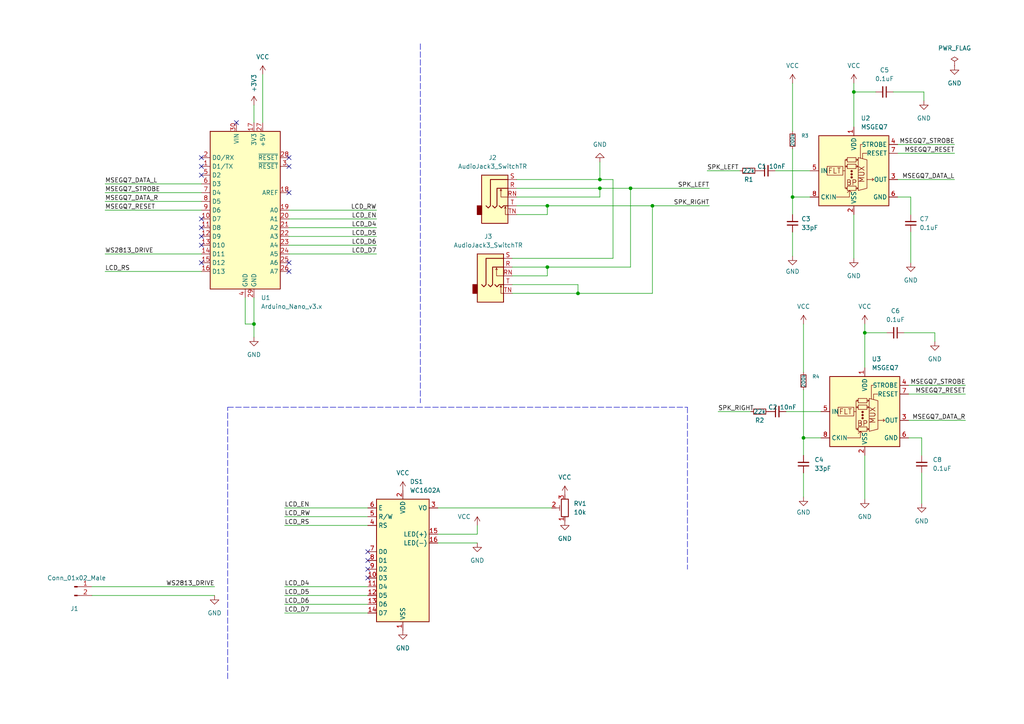
<source format=kicad_sch>
(kicad_sch (version 20211123) (generator eeschema)
  (paper "A4")
  (title_block (title "LED spektralni analizator") (company "Vegova Ljubljana") (comment 1 "Oprin Martin, R1A"))
  (lib_symbols
    (symbol "Audio:MSGEQ7"
      (property "Reference" "U" (at -2.54 13.97 0))
      (property "Value" "MSGEQ7" (at -2.54 11.43 0))
      (symbol "MSGEQ7_0_0"
        (polyline (pts (xy -5.08 -7.62) (xy -1.27 -7.62) (xy -1.27 -5.715)))
        (polyline (pts (xy -1.905 -6.35) (xy -1.27 -5.715) (xy -0.635 -6.35)))
        (polyline (pts (xy 2.54 7.62) (xy 1.905 7.62) (xy 1.905 3.683)))
        (polyline (pts (xy 3.81 5.08) (xy 2.54 5.08) (xy 2.54 3.556)))
        (text "BP" (at -0.635 -3.429 0) (effects (font (size 1.524 1.524))))
        (text "FLT" (at -5.588 0 0) (effects (font (size 1.524 1.524))))
        (text "MUX" (at 2.286 -1.016 900) (effects (font (size 1.524 1.524))))
      )
      (symbol "MSGEQ7_0_1"
        (rectangle (start -3.175 -1.27) (end -7.747 1.27))
        (rectangle (start -1.905 -4.445) (end 0.635 -5.715))
        (rectangle (start -1.905 1.905) (end 0.635 0.635))
        (circle (center -0.635 -1.905) (radius 0.254) (fill (type outline)))
        (circle (center -0.635 -1.016) (radius 0.254) (fill (type outline)))
        (circle (center -0.635 -0.127) (radius 0.254) (fill (type outline)))
        (polyline (pts (xy -3.175 0) (xy -2.54 0)))
        (polyline (pts (xy -2.54 1.27) (xy -1.905 1.27)))
        (polyline (pts (xy 0.635 -5.08) (xy 1.27 -5.08)))
        (polyline (pts (xy 0.635 1.27) (xy 1.27 1.27)))
        (polyline (pts (xy 0.635 3.175) (xy 1.27 3.175)))
        (polyline (pts (xy 3.81 -2.54) (xy 5.715 -2.54)))
        (polyline (pts (xy 5.715 -2.54) (xy 5.334 -2.921)))
        (polyline (pts (xy 5.715 -2.54) (xy 5.334 -2.159)))
        (polyline (pts (xy -2.286 -4.826) (xy -2.032 -5.08) (xy -2.286 -5.334)))
        (polyline (pts (xy -2.286 1.524) (xy -2.032 1.27) (xy -2.286 1.016)))
        (polyline (pts (xy -2.286 3.429) (xy -2.032 3.175) (xy -2.286 2.921)))
        (polyline (pts (xy 0.889 -4.826) (xy 1.143 -5.08) (xy 0.889 -5.334)))
        (polyline (pts (xy 0.889 1.524) (xy 1.143 1.27) (xy 0.889 1.016)))
        (polyline (pts (xy 0.889 3.429) (xy 1.143 3.175) (xy 0.889 2.921)))
        (polyline (pts (xy -1.905 3.175) (xy -2.54 3.175) (xy -2.54 -5.08) (xy -1.905 -5.08)))
        (polyline (pts (xy 1.27 3.81) (xy 1.27 -5.715) (xy 3.81 -5.08) (xy 3.81 3.175) (xy 1.27 3.81)))
        (rectangle (start 0.635 2.54) (end -1.905 3.81))
        (rectangle (start 10.16 10.16) (end -10.16 -10.16) (stroke (width 0.254)) (fill (type background)))
      )
      (symbol "MSGEQ7_1_1"
        (pin power_in line (at 0 12.7 270) (length 2.54) (name "VDD") (number "1"))
        (pin power_in line (at 0 -12.7 90) (length 2.54) (name "VSS") (number "2"))
        (pin output line (at 12.7 -2.54 180) (length 2.54) (name "OUT") (number "3"))
        (pin input line (at 12.7 7.62 180) (length 2.54) (name "STROBE") (number "4"))
        (pin input line (at -12.7 0 0) (length 2.54) (name "IN") (number "5"))
        (pin power_out line (at 12.7 -7.62 180) (length 2.54) (name "GND") (number "6"))
        (pin input line (at 12.7 5.08 180) (length 2.54) (name "RESET") (number "7"))
        (pin input line (at -12.7 -7.62 0) (length 2.54) (name "CKIN") (number "8"))
      )
    )
    (symbol "Connector:AudioJack3_SwitchTR"
      (property "Reference" "J" (at 0 8.89 0))
      (property "Value" "AudioJack3_SwitchTR" (at 0 6.35 0))
      (symbol "AudioJack3_SwitchTR_0_1"
        (rectangle (start -5.08 -5.08) (end -6.35 -7.62) (stroke (width 0.254)) (fill (type outline)))
        (polyline (pts (xy 0.508 -0.254) (xy 0.762 -0.762)))
        (polyline (pts (xy 1.778 -5.334) (xy 2.032 -5.842)))
        (polyline (pts (xy 0 -5.08) (xy 0.635 -5.715) (xy 1.27 -5.08) (xy 2.54 -5.08)) (stroke (width 0.254)))
        (polyline (pts (xy 2.54 -7.62) (xy 1.778 -7.62) (xy 1.778 -5.334) (xy 1.524 -5.842)))
        (polyline (pts (xy 2.54 -2.54) (xy 0.508 -2.54) (xy 0.508 -0.254) (xy 0.254 -0.762)))
        (polyline (pts (xy -1.905 -5.08) (xy -1.27 -5.715) (xy -0.635 -5.08) (xy -0.635 0) (xy 2.54 0)) (stroke (width 0.254)))
        (polyline (pts (xy 2.54 2.54) (xy -2.54 2.54) (xy -2.54 -5.08) (xy -3.175 -5.715) (xy -3.81 -5.08)) (stroke (width 0.254)))
        (rectangle (start 2.54 3.81) (end -5.08 -10.16) (stroke (width 0.254)) (fill (type background)))
      )
      (symbol "AudioJack3_SwitchTR_1_1"
        (pin passive line (at 5.08 0 180) (length 2.54) (name "~") (number "R"))
        (pin passive line (at 5.08 -2.54 180) (length 2.54) (name "~") (number "RN"))
        (pin passive line (at 5.08 2.54 180) (length 2.54) (name "~") (number "S"))
        (pin passive line (at 5.08 -5.08 180) (length 2.54) (name "~") (number "T"))
        (pin passive line (at 5.08 -7.62 180) (length 2.54) (name "~") (number "TN"))
      )
    )
    (symbol "Connector:Conn_01x02_Male" (pin_names (offset 1.016) hide)
      (property "Reference" "J" (at 0 2.54 0))
      (property "Value" "Conn_01x02_Male" (at 0 -5.08 0))
      (symbol "Conn_01x02_Male_1_1"
        (polyline (pts (xy 1.27 -2.54) (xy 0.8636 -2.54)) (stroke (width 0.1524)))
        (polyline (pts (xy 1.27 0) (xy 0.8636 0)) (stroke (width 0.1524)))
        (rectangle (start 0.8636 -2.413) (end 0 -2.667) (stroke (width 0.1524)) (fill (type outline)))
        (rectangle (start 0.8636 0.127) (end 0 -0.127) (stroke (width 0.1524)) (fill (type outline)))
        (pin passive line (at 5.08 0 180) (length 3.81) (name "Pin_1") (number "1"))
        (pin passive line (at 5.08 -2.54 180) (length 3.81) (name "Pin_2") (number "2"))
      )
    )
    (symbol "Device:C_Small" (pin_numbers hide) (pin_names (offset 0.254) hide)
      (property "Reference" "C" (at 0.254 1.778 0))
      (property "Value" "C_Small" (at 0.254 -2.032 0))
      (symbol "C_Small_0_1"
        (polyline (pts (xy -1.524 -0.508) (xy 1.524 -0.508)) (stroke (width 0.3302)))
        (polyline (pts (xy -1.524 0.508) (xy 1.524 0.508)) (stroke (width 0.3048)))
      )
      (symbol "C_Small_1_1"
        (pin passive line (at 0 2.54 270) (length 2.032) (name "~") (number "1"))
        (pin passive line (at 0 -2.54 90) (length 2.032) (name "~") (number "2"))
      )
    )
    (symbol "Device:R_Potentiometer_Trim" (pin_names (offset 1.016) hide)
      (property "Reference" "RV" (at -4.445 0 90))
      (property "Value" "R_Potentiometer_Trim" (at -2.54 0 90))
      (symbol "R_Potentiometer_Trim_0_1"
        (polyline (pts (xy 1.524 0.762) (xy 1.524 -0.762)))
        (polyline (pts (xy 2.54 0) (xy 1.524 0)))
        (rectangle (start 1.016 2.54) (end -1.016 -2.54) (stroke (width 0.254)))
      )
      (symbol "R_Potentiometer_Trim_1_1"
        (pin passive line (at 0 3.81 270) (length 1.27) (name "1") (number "1"))
        (pin passive line (at 3.81 0 180) (length 1.27) (name "2") (number "2"))
        (pin passive line (at 0 -3.81 90) (length 1.27) (name "3") (number "3"))
      )
    )
    (symbol "Device:R_Small" (pin_numbers hide) (pin_names (offset 0.254) hide)
      (property "Reference" "R" (at 0.762 0.508 0))
      (property "Value" "R_Small" (at 0.762 -1.016 0))
      (symbol "R_Small_0_1"
        (rectangle (start -0.762 1.778) (end 0.762 -1.778) (stroke (width 0.2032)))
      )
      (symbol "R_Small_1_1"
        (pin passive line (at 0 2.54 270) (length 0.762) (name "~") (number "1"))
        (pin passive line (at 0 -2.54 90) (length 0.762) (name "~") (number "2"))
      )
    )
    (symbol "Display_Character:WC1602A"
      (property "Reference" "DS" (at -5.842 19.05 0))
      (property "Value" "WC1602A" (at 5.334 19.05 0))
      (symbol "WC1602A_1_1"
        (rectangle (start -7.62 17.78) (end 7.62 -17.78) (stroke (width 0.254)) (fill (type background)))
        (pin power_in line (at 0 -20.32 90) (length 2.54) (name "VSS") (number "1"))
        (pin input line (at -10.16 -5.08 0) (length 2.54) (name "D3") (number "10"))
        (pin input line (at -10.16 -7.62 0) (length 2.54) (name "D4") (number "11"))
        (pin input line (at -10.16 -10.16 0) (length 2.54) (name "D5") (number "12"))
        (pin input line (at -10.16 -12.7 0) (length 2.54) (name "D6") (number "13"))
        (pin input line (at -10.16 -15.24 0) (length 2.54) (name "D7") (number "14"))
        (pin power_in line (at 10.16 7.62 180) (length 2.54) (name "LED(+)") (number "15"))
        (pin power_in line (at 10.16 5.08 180) (length 2.54) (name "LED(-)") (number "16"))
        (pin power_in line (at 0 20.32 270) (length 2.54) (name "VDD") (number "2"))
        (pin input line (at 10.16 15.24 180) (length 2.54) (name "VO") (number "3"))
        (pin input line (at -10.16 10.16 0) (length 2.54) (name "RS") (number "4"))
        (pin input line (at -10.16 12.7 0) (length 2.54) (name "R/W") (number "5"))
        (pin input line (at -10.16 15.24 0) (length 2.54) (name "E") (number "6"))
        (pin input line (at -10.16 2.54 0) (length 2.54) (name "D0") (number "7"))
        (pin input line (at -10.16 0 0) (length 2.54) (name "D1") (number "8"))
        (pin input line (at -10.16 -2.54 0) (length 2.54) (name "D2") (number "9"))
      )
    )
    (symbol "MCU_Module:Arduino_Nano_v3.x"
      (property "Reference" "A" (at -10.16 23.495 0))
      (property "Value" "Arduino_Nano_v3.x" (at 5.08 -24.13 0))
      (symbol "Arduino_Nano_v3.x_0_1"
        (rectangle (start -10.16 22.86) (end 10.16 -22.86) (stroke (width 0.254)) (fill (type background)))
      )
      (symbol "Arduino_Nano_v3.x_1_1"
        (pin bidirectional line (at -12.7 12.7 0) (length 2.54) (name "D1/TX") (number "1"))
        (pin bidirectional line (at -12.7 -2.54 0) (length 2.54) (name "D7") (number "10"))
        (pin bidirectional line (at -12.7 -5.08 0) (length 2.54) (name "D8") (number "11"))
        (pin bidirectional line (at -12.7 -7.62 0) (length 2.54) (name "D9") (number "12"))
        (pin bidirectional line (at -12.7 -10.16 0) (length 2.54) (name "D10") (number "13"))
        (pin bidirectional line (at -12.7 -12.7 0) (length 2.54) (name "D11") (number "14"))
        (pin bidirectional line (at -12.7 -15.24 0) (length 2.54) (name "D12") (number "15"))
        (pin bidirectional line (at -12.7 -17.78 0) (length 2.54) (name "D13") (number "16"))
        (pin power_out line (at 2.54 25.4 270) (length 2.54) (name "3V3") (number "17"))
        (pin input line (at 12.7 5.08 180) (length 2.54) (name "AREF") (number "18"))
        (pin bidirectional line (at 12.7 0 180) (length 2.54) (name "A0") (number "19"))
        (pin bidirectional line (at -12.7 15.24 0) (length 2.54) (name "D0/RX") (number "2"))
        (pin bidirectional line (at 12.7 -2.54 180) (length 2.54) (name "A1") (number "20"))
        (pin bidirectional line (at 12.7 -5.08 180) (length 2.54) (name "A2") (number "21"))
        (pin bidirectional line (at 12.7 -7.62 180) (length 2.54) (name "A3") (number "22"))
        (pin bidirectional line (at 12.7 -10.16 180) (length 2.54) (name "A4") (number "23"))
        (pin bidirectional line (at 12.7 -12.7 180) (length 2.54) (name "A5") (number "24"))
        (pin bidirectional line (at 12.7 -15.24 180) (length 2.54) (name "A6") (number "25"))
        (pin bidirectional line (at 12.7 -17.78 180) (length 2.54) (name "A7") (number "26"))
        (pin power_out line (at 5.08 25.4 270) (length 2.54) (name "+5V") (number "27"))
        (pin input line (at 12.7 15.24 180) (length 2.54) (name "~{RESET}") (number "28"))
        (pin power_in line (at 2.54 -25.4 90) (length 2.54) (name "GND") (number "29"))
        (pin input line (at 12.7 12.7 180) (length 2.54) (name "~{RESET}") (number "3"))
        (pin power_in line (at -2.54 25.4 270) (length 2.54) (name "VIN") (number "30"))
        (pin power_in line (at 0 -25.4 90) (length 2.54) (name "GND") (number "4"))
        (pin bidirectional line (at -12.7 10.16 0) (length 2.54) (name "D2") (number "5"))
        (pin bidirectional line (at -12.7 7.62 0) (length 2.54) (name "D3") (number "6"))
        (pin bidirectional line (at -12.7 5.08 0) (length 2.54) (name "D4") (number "7"))
        (pin bidirectional line (at -12.7 2.54 0) (length 2.54) (name "D5") (number "8"))
        (pin bidirectional line (at -12.7 0 0) (length 2.54) (name "D6") (number "9"))
      )
    )
    (symbol "power:+3V3" (power) (pin_names (offset 0))
      (property "Value" "+3V3" (at 0 3.556 0))
      (symbol "+3V3_0_1"
        (polyline (pts (xy -0.762 1.27) (xy 0 2.54)))
        (polyline (pts (xy 0 0) (xy 0 2.54)))
        (polyline (pts (xy 0 2.54) (xy 0.762 1.27)))
      )
      (symbol "+3V3_1_1"
        (pin power_in line (at 0 0 90) (length 0) hide (name "+3V3") (number "1"))
      )
    )
    (symbol "power:GND" (power) (pin_names (offset 0))
      (property "Value" "GND" (at 0 -3.81 0))
      (symbol "GND_0_1"
        (polyline (pts (xy 0 0) (xy 0 -1.27) (xy 1.27 -1.27) (xy 0 -2.54) (xy -1.27 -1.27) (xy 0 -1.27)))
      )
      (symbol "GND_1_1"
        (pin power_in line (at 0 0 270) (length 0) hide (name "GND") (number "1"))
      )
    )
    (symbol "power:PWR_FLAG" (power) (pin_numbers hide) (pin_names (offset 0) hide)
      (property "Value" "PWR_FLAG" (at 0 3.81 0))
      (symbol "PWR_FLAG_0_0"
        (pin power_out line (at 0 0 90) (length 0) (name "pwr") (number "1"))
      )
      (symbol "PWR_FLAG_0_1"
        (polyline (pts (xy 0 0) (xy 0 1.27) (xy -1.016 1.905) (xy 0 2.54) (xy 1.016 1.905) (xy 0 1.27)))
      )
    )
    (symbol "power:VCC" (power) (pin_names (offset 0))
      (property "Value" "VCC" (at 0 3.81 0))
      (symbol "VCC_0_1"
        (polyline (pts (xy -0.762 1.27) (xy 0 2.54)))
        (polyline (pts (xy 0 0) (xy 0 2.54)))
        (polyline (pts (xy 0 2.54) (xy 0.762 1.27)))
      )
      (symbol "VCC_1_1"
        (pin power_in line (at 0 0 90) (length 0) hide (name "VCC") (number "1"))
      )
    )
  )
  (junction (at 233.045 127))
  (junction (at 173.99 52.07))
  (junction (at 158.75 77.47))
  (junction (at 173.99 54.61))
  (junction (at 247.65 26.67))
  (junction (at 250.825 96.52))
  (junction (at 73.66 93.98))
  (junction (at 229.87 57.15))
  (junction (at 189.23 59.69))
  (junction (at 158.75 59.69))
  (junction (at 182.88 54.61))
  (junction (at 167.64 85.09))
  (no_connect (at 106.68 165.1))
  (no_connect (at 106.68 167.64))
  (no_connect (at 106.68 160.02))
  (no_connect (at 106.68 162.56))
  (no_connect (at 58.42 76.2))
  (no_connect (at 58.42 68.58))
  (no_connect (at 58.42 71.12))
  (no_connect (at 58.42 63.5))
  (no_connect (at 58.42 66.04))
  (no_connect (at 58.42 48.26))
  (no_connect (at 58.42 50.8))
  (no_connect (at 68.58 35.56))
  (no_connect (at 58.42 45.72))
  (no_connect (at 83.82 45.72))
  (no_connect (at 83.82 48.26))
  (no_connect (at 83.82 55.88))
  (no_connect (at 83.82 78.74))
  (no_connect (at 83.82 76.2))
  (wire (pts (xy 30.48 58.42) (xy 58.42 58.42)))
  (wire (pts (xy 30.48 55.88) (xy 58.42 55.88)))
  (wire (pts (xy 26.67 170.18) (xy 62.23 170.18)))
  (wire (pts (xy 229.87 24.13) (xy 229.87 38.1)))
  (wire (pts (xy 30.48 73.66) (xy 58.42 73.66)))
  (wire (pts (xy 71.12 86.36) (xy 71.12 93.98)))
  (wire (pts (xy 83.82 66.04) (xy 109.22 66.04)))
  (wire (pts (xy 234.95 57.15) (xy 229.87 57.15)))
  (wire (pts (xy 189.23 85.09) (xy 189.23 59.69)))
  (wire (pts (xy 233.045 93.98) (xy 233.045 107.95)))
  (wire (pts (xy 82.55 177.8) (xy 106.68 177.8)))
  (wire (pts (xy 250.825 96.52) (xy 250.825 106.68)))
  (wire (pts (xy 83.82 63.5) (xy 109.22 63.5)))
  (wire (pts (xy 263.525 111.76) (xy 280.035 111.76)))
  (wire (pts (xy 177.8 52.07) (xy 177.8 74.93)))
  (polyline (pts (xy 66.04 196.85) (xy 66.04 118.11)))
  (wire (pts (xy 271.145 96.52) (xy 271.145 99.06)))
  (wire (pts (xy 148.59 74.93) (xy 177.8 74.93)))
  (wire (pts (xy 247.65 26.67) (xy 247.65 36.83)))
  (wire (pts (xy 127 147.32) (xy 160.02 147.32)))
  (wire (pts (xy 267.97 26.67) (xy 267.97 29.21)))
  (wire (pts (xy 182.88 54.61) (xy 205.74 54.61)))
  (wire (pts (xy 262.255 96.52) (xy 271.145 96.52)))
  (polyline (pts (xy 121.92 12.7) (xy 121.92 116.84)))
  (wire (pts (xy 263.525 114.3) (xy 280.035 114.3)))
  (wire (pts (xy 138.43 152.4) (xy 138.43 154.94)))
  (wire (pts (xy 259.08 26.67) (xy 267.97 26.67)))
  (wire (pts (xy 182.88 54.61) (xy 182.88 77.47)))
  (wire (pts (xy 158.75 80.01) (xy 158.75 77.47)))
  (wire (pts (xy 30.48 53.34) (xy 58.42 53.34)))
  (wire (pts (xy 227.965 119.38) (xy 238.125 119.38)))
  (wire (pts (xy 82.55 149.86) (xy 106.68 149.86)))
  (wire (pts (xy 158.75 59.69) (xy 189.23 59.69)))
  (wire (pts (xy 173.99 54.61) (xy 182.88 54.61)))
  (wire (pts (xy 73.66 93.98) (xy 73.66 86.36)))
  (wire (pts (xy 229.87 57.15) (xy 229.87 62.23)))
  (wire (pts (xy 247.65 26.67) (xy 254 26.67)))
  (wire (pts (xy 83.82 60.96) (xy 109.22 60.96)))
  (wire (pts (xy 260.35 52.07) (xy 276.86 52.07)))
  (wire (pts (xy 189.23 59.69) (xy 205.74 59.69)))
  (wire (pts (xy 260.35 44.45) (xy 276.86 44.45)))
  (wire (pts (xy 233.045 113.03) (xy 233.045 127)))
  (wire (pts (xy 229.87 67.31) (xy 229.87 74.295)))
  (wire (pts (xy 263.525 121.92) (xy 280.035 121.92)))
  (polyline (pts (xy 66.04 118.11) (xy 199.39 118.11)))
  (wire (pts (xy 205.105 49.53) (xy 214.63 49.53)))
  (wire (pts (xy 167.64 85.09) (xy 189.23 85.09)))
  (wire (pts (xy 208.28 119.38) (xy 217.805 119.38)))
  (wire (pts (xy 263.525 127) (xy 267.335 127)))
  (wire (pts (xy 30.48 78.74) (xy 58.42 78.74)))
  (wire (pts (xy 238.125 127) (xy 233.045 127)))
  (wire (pts (xy 149.86 59.69) (xy 158.75 59.69)))
  (wire (pts (xy 26.67 172.72) (xy 62.23 172.72)))
  (wire (pts (xy 73.66 93.98) (xy 73.66 97.79)))
  (wire (pts (xy 83.82 71.12) (xy 109.22 71.12)))
  (wire (pts (xy 182.88 77.47) (xy 158.75 77.47)))
  (wire (pts (xy 267.335 127) (xy 267.335 132.08)))
  (wire (pts (xy 149.86 62.23) (xy 158.75 62.23)))
  (wire (pts (xy 73.66 30.48) (xy 73.66 35.56)))
  (wire (pts (xy 264.16 67.31) (xy 264.16 76.2)))
  (wire (pts (xy 233.045 127) (xy 233.045 132.08)))
  (wire (pts (xy 229.87 43.18) (xy 229.87 57.15)))
  (wire (pts (xy 82.55 170.18) (xy 106.68 170.18)))
  (wire (pts (xy 148.59 80.01) (xy 158.75 80.01)))
  (wire (pts (xy 224.79 49.53) (xy 234.95 49.53)))
  (wire (pts (xy 127 154.94) (xy 138.43 154.94)))
  (wire (pts (xy 158.75 77.47) (xy 148.59 77.47)))
  (wire (pts (xy 71.12 93.98) (xy 73.66 93.98)))
  (wire (pts (xy 177.8 52.07) (xy 173.99 52.07)))
  (wire (pts (xy 149.86 52.07) (xy 173.99 52.07)))
  (wire (pts (xy 260.35 41.91) (xy 276.86 41.91)))
  (wire (pts (xy 82.55 152.4) (xy 106.68 152.4)))
  (wire (pts (xy 173.99 46.99) (xy 173.99 52.07)))
  (wire (pts (xy 250.825 93.98) (xy 250.825 96.52)))
  (wire (pts (xy 149.86 54.61) (xy 173.99 54.61)))
  (wire (pts (xy 167.64 82.55) (xy 167.64 85.09)))
  (wire (pts (xy 247.65 62.23) (xy 247.65 74.93)))
  (wire (pts (xy 233.045 137.16) (xy 233.045 144.145)))
  (wire (pts (xy 148.59 85.09) (xy 167.64 85.09)))
  (wire (pts (xy 247.65 24.13) (xy 247.65 26.67)))
  (wire (pts (xy 30.48 60.96) (xy 58.42 60.96)))
  (polyline (pts (xy 199.39 118.11) (xy 199.39 165.1)))
  (wire (pts (xy 260.35 57.15) (xy 264.16 57.15)))
  (wire (pts (xy 264.16 57.15) (xy 264.16 62.23)))
  (wire (pts (xy 83.82 68.58) (xy 109.22 68.58)))
  (wire (pts (xy 267.335 137.16) (xy 267.335 146.05)))
  (wire (pts (xy 250.825 96.52) (xy 257.175 96.52)))
  (wire (pts (xy 173.99 54.61) (xy 173.99 57.15)))
  (wire (pts (xy 76.2 21.59) (xy 76.2 35.56)))
  (wire (pts (xy 82.55 172.72) (xy 106.68 172.72)))
  (wire (pts (xy 82.55 147.32) (xy 106.68 147.32)))
  (wire (pts (xy 82.55 175.26) (xy 106.68 175.26)))
  (wire (pts (xy 148.59 82.55) (xy 167.64 82.55)))
  (wire (pts (xy 158.75 62.23) (xy 158.75 59.69)))
  (wire (pts (xy 83.82 73.66) (xy 109.22 73.66)))
  (wire (pts (xy 149.86 57.15) (xy 173.99 57.15)))
  (wire (pts (xy 127 157.48) (xy 138.43 157.48)))
  (wire (pts (xy 250.825 132.08) (xy 250.825 144.78)))
  (label "LCD_D7" (at 82.55 177.8 0))
  (label "MSEGQ7_DATA_L" (at 30.48 53.34 0))
  (label "LCD_D4" (at 109.22 66.04 180))
  (label "LCD_D5" (at 109.22 68.58 180))
  (label "LCD_D4" (at 82.55 170.18 0))
  (label "LCD_D7" (at 109.22 73.66 180))
  (label "LCD_EN" (at 109.22 63.5 180))
  (label "MSEGQ7_STROBE" (at 30.48 55.88 0))
  (label "LCD_D6" (at 82.55 175.26 0))
  (label "WS2813_DRIVE" (at 30.48 73.66 0))
  (label "MSEGQ7_DATA_L" (at 276.86 52.07 180))
  (label "SPK_LEFT" (at 205.74 54.61 180))
  (label "MSEGQ7_DATA_R" (at 30.48 58.42 0))
  (label "LCD_RS" (at 30.48 78.74 0))
  (label "LCD_RW" (at 82.55 149.86 0))
  (label "MSEGQ7_DATA_R" (at 280.035 121.92 180))
  (label "MSEGQ7_RESET" (at 276.86 44.45 180))
  (label "LCD_RS" (at 82.55 152.4 0))
  (label "MSEGQ7_RESET" (at 280.035 114.3 180))
  (label "LCD_D5" (at 82.55 172.72 0))
  (label "MSEGQ7_STROBE" (at 276.86 41.91 180))
  (label "LCD_D6" (at 109.22 71.12 180))
  (label "MSEGQ7_STROBE" (at 280.035 111.76 180))
  (label "SPK_LEFT" (at 205.105 49.53 0))
  (label "LCD_EN" (at 82.55 147.32 0))
  (label "WS2813_DRIVE" (at 62.23 170.18 180))
  (label "LCD_RW" (at 109.22 60.96 180))
  (label "SPK_RIGHT" (at 205.74 59.69 180))
  (label "MSEGQ7_RESET" (at 30.48 60.96 0))
  (label "SPK_RIGHT" (at 208.28 119.38 0))
  (symbol (lib_id "power:VCC") (at 233.045 93.98 0) (unit 1)
    (property "Reference" "#PWR0113" (effects hide))
    (property "Value" "VCC" (at 233.045 88.9 0))
  )
  (symbol (lib_id "power:GND") (at 247.65 74.93 0) (unit 1)
    (property "Reference" "#PWR0112" (effects hide))
    (property "Value" "GND" (at 247.65 80.01 0))
  )
  (symbol (lib_id "power:VCC") (at 163.83 143.51 0) (unit 1)
    (property "Reference" "#PWR0105" (effects hide))
    (property "Value" "VCC" (at 163.83 138.43 0))
  )
  (symbol (lib_id "power:GND") (at 267.335 146.05 0) (unit 1)
    (property "Reference" "#PWR0120" (effects hide))
    (property "Value" "GND" (at 267.335 151.13 0))
  )
  (symbol (lib_id "Device:C_Small") (at 229.87 64.77 180) (unit 1)
    (property "Reference" "C3" (at 232.41 63.4935 0) (effects (justify right)))
    (property "Value" "33pF" (at 232.41 66.0335 0) (effects (justify right)))
    (property "Footprint" "Capacitor_THT:C_Disc_D3.0mm_W2.0mm_P2.50mm" (effects hide))
  )
  (symbol (lib_id "Device:C_Small") (at 264.16 64.77 180) (unit 1)
    (property "Reference" "C7" (at 266.7 63.4935 0) (effects (justify right)))
    (property "Value" "0.1uF" (at 266.7 66.0335 0) (effects (justify right)))
    (property "Footprint" "Capacitor_THT:C_Disc_D3.0mm_W2.0mm_P2.50mm" (effects hide))
  )
  (symbol (lib_id "power:GND") (at 276.86 19.05 0) (unit 1)
    (property "Reference" "#PWR0124" (effects hide))
    (property "Value" "GND" (at 276.86 24.13 0))
  )
  (symbol (lib_id "power:GND") (at 62.23 172.72 0) (unit 1)
    (property "Reference" "#PWR0102" (effects hide))
    (property "Value" "GND" (at 62.23 177.8 0))
  )
  (symbol (lib_id "power:VCC") (at 247.65 24.13 0) (unit 1)
    (property "Reference" "#PWR0115" (effects hide))
    (property "Value" "VCC" (at 247.65 19.05 0))
  )
  (symbol (lib_id "Device:R_Small") (at 217.17 49.53 270) (unit 1)
    (property "Reference" "R1" (at 217.17 52.07 90))
    (property "Value" "22k" (at 217.17 49.53 90))
    (property "Footprint" "Resistor_THT:R_Axial_DIN0207_L6.3mm_D2.5mm_P7.62mm_Horizontal" (effects hide))
  )
  (symbol (lib_id "Device:R_Small") (at 220.345 119.38 270) (unit 1)
    (property "Reference" "R2" (at 220.345 121.92 90))
    (property "Value" "22k" (at 220.345 119.38 90))
    (property "Footprint" "Resistor_THT:R_Axial_DIN0207_L6.3mm_D2.5mm_P7.62mm_Horizontal" (effects hide))
  )
  (symbol (lib_id "power:PWR_FLAG") (at 276.86 19.05 0) (unit 1)
    (property "Reference" "#FLG0101" (effects hide))
    (property "Value" "PWR_FLAG" (at 276.86 13.97 0))
  )
  (symbol (lib_id "power:GND") (at 264.16 76.2 0) (unit 1)
    (property "Reference" "#PWR0121" (effects hide))
    (property "Value" "GND" (at 264.16 81.28 0))
  )
  (symbol (lib_id "Device:C_Small") (at 222.25 49.53 90) (unit 1)
    (property "Reference" "C1" (at 220.98 48.26 90))
    (property "Value" "10nF" (at 225.425 48.26 90))
    (property "Footprint" "Capacitor_THT:C_Disc_D3.0mm_W2.0mm_P2.50mm" (effects hide))
  )
  (symbol (lib_id "power:VCC") (at 138.43 152.4 0) (unit 1)
    (property "Reference" "#PWR0106" (effects hide))
    (property "Value" "VCC" (at 134.62 149.86 0))
  )
  (symbol (lib_id "power:+3V3") (at 73.66 30.48 0) (unit 1)
    (property "Reference" "#PWR0109" (effects hide))
    (property "Value" "+3V3" (at 73.66 24.13 90))
  )
  (symbol (lib_id "MCU_Module:Arduino_Nano_v3.x") (at 71.12 60.96 0) (unit 1)
    (property "Reference" "U1" (at 75.6794 86.36 0) (effects (justify left)))
    (property "Value" "Arduino_Nano_v3.x" (at 75.6794 88.9 0) (effects (justify left)))
    (property "Footprint" "Module:Arduino_Nano" (effects hide))
    (property "Datasheet" "http://www.mouser.com/pdfdocs/Gravitech_Arduino_Nano3_0.pdf" (effects hide))
  )
  (symbol (lib_id "power:GND") (at 116.84 182.88 0) (unit 1)
    (property "Reference" "#PWR0107" (effects hide))
    (property "Value" "GND" (at 116.84 187.96 0))
  )
  (symbol (lib_id "Device:R_Potentiometer_Trim") (at 163.83 147.32 180) (unit 1)
    (property "Reference" "RV1" (at 166.37 146.0499 0) (effects (justify right)))
    (property "Value" "10k" (at 166.37 148.5899 0) (effects (justify right)))
    (property "Footprint" "Potentiometer_THT:Potentiometer_Piher_PT-6-V_Vertical" (effects hide))
  )
  (symbol (lib_id "power:GND") (at 271.145 99.06 0) (unit 1)
    (property "Reference" "#PWR0118" (effects hide))
    (property "Value" "GND" (at 271.145 104.14 0))
  )
  (symbol (lib_id "Audio:MSGEQ7") (at 247.65 49.53 0) (unit 1)
    (property "Reference" "U2" (at 249.6694 34.29 0) (effects (justify left)))
    (property "Value" "MSGEQ7" (at 249.6694 36.83 0) (effects (justify left)))
    (property "Footprint" "Package_DIP:DIP-8_W7.62mm_Socket_LongPads" (effects hide))
    (property "Datasheet" "http://mix-sig.com/images/datasheets/MSGEQ7.pdf" (effects hide))
  )
  (symbol (lib_id "Device:C_Small") (at 225.425 119.38 90) (unit 1)
    (property "Reference" "C2" (at 224.155 118.11 90))
    (property "Value" "10nF" (at 228.6 118.11 90))
    (property "Footprint" "Capacitor_THT:C_Disc_D3.0mm_W2.0mm_P2.50mm" (effects hide))
  )
  (symbol (lib_id "power:VCC") (at 250.825 93.98 0) (unit 1)
    (property "Reference" "#PWR0117" (effects hide))
    (property "Value" "VCC" (at 250.825 88.9 0))
  )
  (symbol (lib_id "power:VCC") (at 229.87 24.13 0) (unit 1)
    (property "Reference" "#PWR0114" (effects hide))
    (property "Value" "VCC" (at 229.87 19.05 0))
  )
  (symbol (lib_id "power:GND") (at 73.66 97.79 0) (unit 1)
    (property "Reference" "#PWR0108" (effects hide))
    (property "Value" "GND" (at 73.66 102.87 0))
  )
  (symbol (lib_id "Connector:AudioJack3_SwitchTR") (at 143.51 77.47 0) (unit 1)
    (property "Reference" "J3" (at 141.605 68.58 0))
    (property "Value" "AudioJack3_SwitchTR" (at 141.605 71.12 0))
    (property "Footprint" "Connector_Audio:Jack_3.5mm_Ledino_KB3SPRS_Horizontal" (effects hide))
  )
  (symbol (lib_id "power:GND") (at 138.43 157.48 0) (unit 1)
    (property "Reference" "#PWR0104" (effects hide))
    (property "Value" "GND" (at 138.43 162.56 0))
  )
  (symbol (lib_id "Device:C_Small") (at 267.335 134.62 180) (unit 1)
    (property "Reference" "C8" (at 270.51 133.3435 0) (effects (justify right)))
    (property "Value" "0.1uF" (at 270.51 135.8835 0) (effects (justify right)))
    (property "Footprint" "Capacitor_THT:C_Disc_D3.0mm_W2.0mm_P2.50mm" (effects hide))
  )
  (symbol (lib_id "power:GND") (at 173.99 46.99 180) (unit 1)
    (property "Reference" "#PWR0101" (effects hide))
    (property "Value" "GND" (at 173.99 41.91 0))
  )
  (symbol (lib_id "Connector:AudioJack3_SwitchTR") (at 144.78 54.61 0) (unit 1)
    (property "Reference" "J2" (at 142.875 45.72 0))
    (property "Value" "AudioJack3_SwitchTR" (at 142.875 48.26 0))
    (property "Footprint" "Connector_Audio:Jack_3.5mm_Ledino_KB3SPRS_Horizontal" (effects hide))
  )
  (symbol (lib_id "power:VCC") (at 116.84 142.24 0) (unit 1)
    (property "Reference" "#PWR0123" (effects hide))
    (property "Value" "VCC" (at 116.84 137.16 0))
  )
  (symbol (lib_id "Device:C_Small") (at 256.54 26.67 270) (unit 1)
    (property "Reference" "C5" (at 256.5336 20.32 90))
    (property "Value" "0.1uF" (at 256.5336 22.86 90))
    (property "Footprint" "Capacitor_THT:C_Disc_D3.0mm_W2.0mm_P2.50mm" (effects hide))
  )
  (symbol (lib_id "Display_Character:WC1602A") (at 116.84 162.56 0) (unit 1)
    (property "Reference" "DS1" (at 118.8594 139.7 0) (effects (justify left)))
    (property "Value" "WC1602A" (at 118.8594 142.24 0) (effects (justify left)))
    (property "Footprint" "Display:WC1602A" (effects hide))
    (property "Datasheet" "http://www.wincomlcd.com/pdf/WC1602A-SFYLYHTC06.pdf" (effects hide))
  )
  (symbol (lib_id "Audio:MSGEQ7") (at 250.825 119.38 0) (unit 1)
    (property "Reference" "U3" (at 252.8444 104.14 0) (effects (justify left)))
    (property "Value" "MSGEQ7" (at 252.8444 106.68 0) (effects (justify left)))
    (property "Footprint" "Package_DIP:DIP-8_W7.62mm_Socket_LongPads" (effects hide))
    (property "Datasheet" "http://mix-sig.com/images/datasheets/MSGEQ7.pdf" (effects hide))
  )
  (symbol (lib_id "power:GND") (at 250.825 144.78 0) (unit 1)
    (property "Reference" "#PWR0119" (effects hide))
    (property "Value" "GND" (at 250.825 149.86 0))
  )
  (symbol (lib_id "Device:R_Small") (at 229.87 40.64 0) (unit 1)
    (property "Reference" "R3" (at 232.41 39.3699 0) (effects (font (size 1 1)) (justify left)))
    (property "Value" "200k" (at 229.87 42.545 90) (effects (font (size 1 1)) (justify left)))
    (property "Footprint" "Resistor_THT:R_Axial_DIN0207_L6.3mm_D2.5mm_P7.62mm_Horizontal" (effects hide))
  )
  (symbol (lib_id "Device:C_Small") (at 259.715 96.52 270) (unit 1)
    (property "Reference" "C6" (at 259.7086 90.17 90))
    (property "Value" "0.1uF" (at 259.7086 92.71 90))
    (property "Footprint" "Capacitor_THT:C_Disc_D3.0mm_W2.0mm_P2.50mm" (effects hide))
  )
  (symbol (lib_id "power:GND") (at 163.83 151.13 0) (unit 1)
    (property "Reference" "#PWR0103" (effects hide))
    (property "Value" "GND" (at 163.83 156.21 0))
  )
  (symbol (lib_id "power:VCC") (at 76.2 21.59 0) (unit 1)
    (property "Reference" "#PWR0110" (effects hide))
    (property "Value" "VCC" (at 76.2 16.51 0))
  )
  (symbol (lib_id "Device:R_Small") (at 233.045 110.49 0) (unit 1)
    (property "Reference" "R4" (at 235.585 109.2199 0) (effects (font (size 1 1)) (justify left)))
    (property "Value" "200k" (at 233.045 112.395 90) (effects (font (size 1 1)) (justify left)))
    (property "Footprint" "Resistor_THT:R_Axial_DIN0207_L6.3mm_D2.5mm_P7.62mm_Horizontal" (effects hide))
  )
  (symbol (lib_id "power:GND") (at 233.045 144.145 0) (unit 1)
    (property "Reference" "#PWR0122" (effects hide))
    (property "Value" "GND" (at 233.045 148.59 0))
  )
  (symbol (lib_id "Connector:Conn_01x02_Male") (at 21.59 170.18 0) (unit 1)
    (property "Reference" "J1" (at 21.59 176.53 0))
    (property "Value" "Conn_01x02_Male" (at 22.225 167.64 0))
    (property "Footprint" "Connector_PinHeader_2.54mm:PinHeader_1x02_P2.54mm_Vertical" (effects hide))
  )
  (symbol (lib_id "power:GND") (at 229.87 74.295 0) (unit 1)
    (property "Reference" "#PWR0111" (effects hide))
    (property "Value" "GND" (at 229.87 78.74 0))
  )
  (symbol (lib_id "Device:C_Small") (at 233.045 134.62 180) (unit 1)
    (property "Reference" "C4" (at 236.22 133.3435 0) (effects (justify right)))
    (property "Value" "33pF" (at 236.22 135.8835 0) (effects (justify right)))
    (property "Footprint" "Capacitor_THT:C_Disc_D3.0mm_W2.0mm_P2.50mm" (effects hide))
  )
  (symbol (lib_id "power:GND") (at 267.97 29.21 0) (unit 1)
    (property "Reference" "#PWR0116" (effects hide))
    (property "Value" "GND" (at 267.97 34.29 0))
  )
)
</source>
